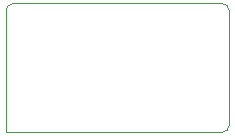
<source format=gbr>
%TF.GenerationSoftware,KiCad,Pcbnew,(5.1.6)-1*%
%TF.CreationDate,2021-08-23T14:57:44-04:00*%
%TF.ProjectId,full-can-variable,66756c6c-2d63-4616-9e2d-766172696162,rev?*%
%TF.SameCoordinates,Original*%
%TF.FileFunction,Profile,NP*%
%FSLAX46Y46*%
G04 Gerber Fmt 4.6, Leading zero omitted, Abs format (unit mm)*
G04 Created by KiCad (PCBNEW (5.1.6)-1) date 2021-08-23 14:57:44*
%MOMM*%
%LPD*%
G01*
G04 APERTURE LIST*
%TA.AperFunction,Profile*%
%ADD10C,0.050000*%
%TD*%
G04 APERTURE END LIST*
D10*
X141097000Y-103124000D02*
X141097000Y-92837000D01*
X159385000Y-103124000D02*
X141097000Y-103124000D01*
X160020000Y-92837000D02*
X160020000Y-102489000D01*
X141732000Y-92202000D02*
X159385000Y-92202000D01*
X141097000Y-92837000D02*
G75*
G02*
X141732000Y-92202000I635000J0D01*
G01*
X159385000Y-92202000D02*
G75*
G02*
X160020000Y-92837000I0J-635000D01*
G01*
X160020000Y-102489000D02*
G75*
G02*
X159385000Y-103124000I-635000J0D01*
G01*
M02*

</source>
